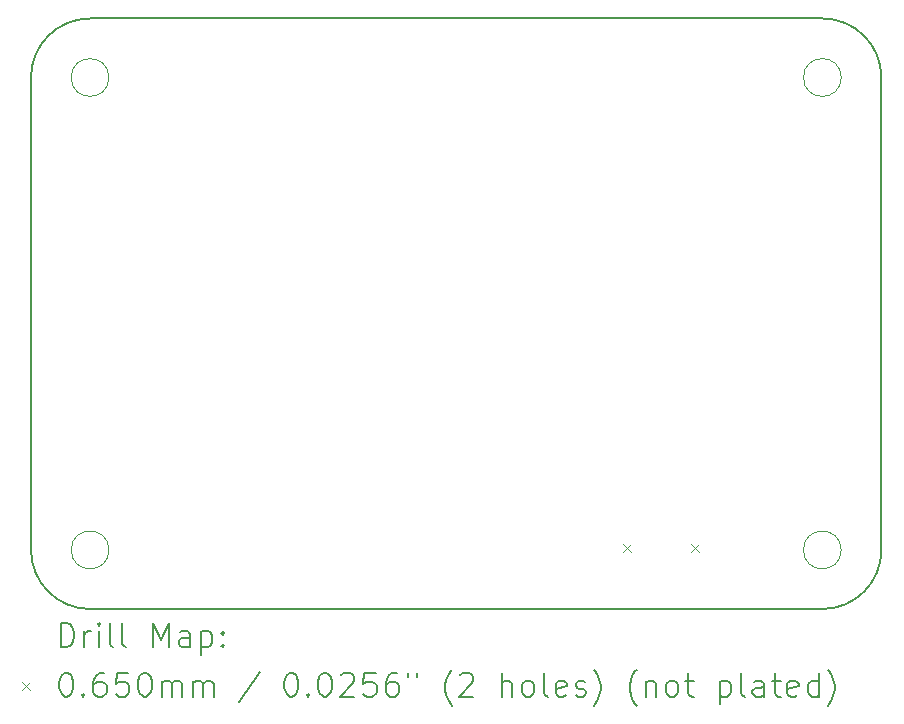
<source format=gbr>
%TF.GenerationSoftware,KiCad,Pcbnew,7.0.10*%
%TF.CreationDate,2024-02-23T22:28:30+01:00*%
%TF.ProjectId,WLED_Controller,574c4544-5f43-46f6-9e74-726f6c6c6572,rev?*%
%TF.SameCoordinates,Original*%
%TF.FileFunction,Drillmap*%
%TF.FilePolarity,Positive*%
%FSLAX45Y45*%
G04 Gerber Fmt 4.5, Leading zero omitted, Abs format (unit mm)*
G04 Created by KiCad (PCBNEW 7.0.10) date 2024-02-23 22:28:30*
%MOMM*%
%LPD*%
G01*
G04 APERTURE LIST*
%ADD10C,0.200000*%
%ADD11C,0.100000*%
G04 APERTURE END LIST*
D10*
X7200000Y500000D02*
X7200000Y4500000D01*
D11*
X6860000Y500000D02*
G75*
G03*
X6540000Y500000I-160000J0D01*
G01*
X6540000Y500000D02*
G75*
G03*
X6860000Y500000I160000J0D01*
G01*
X660000Y500000D02*
G75*
G03*
X340000Y500000I-160000J0D01*
G01*
X340000Y500000D02*
G75*
G03*
X660000Y500000I160000J0D01*
G01*
D10*
X6700000Y5000000D02*
X500000Y5000000D01*
D11*
X6860000Y4500000D02*
G75*
G03*
X6540000Y4500000I-160000J0D01*
G01*
X6540000Y4500000D02*
G75*
G03*
X6860000Y4500000I160000J0D01*
G01*
D10*
X6700000Y0D02*
G75*
G03*
X7200000Y500000I0J500000D01*
G01*
X500000Y5000000D02*
G75*
G03*
X0Y4500000I0J-500000D01*
G01*
X0Y4500000D02*
X0Y500000D01*
X500000Y0D02*
X6700000Y0D01*
X7200000Y4500000D02*
G75*
G03*
X6700000Y5000000I-500000J0D01*
G01*
D11*
X660000Y4500000D02*
G75*
G03*
X340000Y4500000I-160000J0D01*
G01*
X340000Y4500000D02*
G75*
G03*
X660000Y4500000I160000J0D01*
G01*
D10*
X0Y500000D02*
G75*
G03*
X500000Y0I500000J0D01*
G01*
D11*
X5012500Y547000D02*
X5077500Y482000D01*
X5077500Y547000D02*
X5012500Y482000D01*
X5590500Y547000D02*
X5655500Y482000D01*
X5655500Y547000D02*
X5590500Y482000D01*
D10*
X250777Y-321484D02*
X250777Y-121484D01*
X250777Y-121484D02*
X298396Y-121484D01*
X298396Y-121484D02*
X326967Y-131008D01*
X326967Y-131008D02*
X346015Y-150055D01*
X346015Y-150055D02*
X355539Y-169103D01*
X355539Y-169103D02*
X365062Y-207198D01*
X365062Y-207198D02*
X365062Y-235769D01*
X365062Y-235769D02*
X355539Y-273865D01*
X355539Y-273865D02*
X346015Y-292912D01*
X346015Y-292912D02*
X326967Y-311960D01*
X326967Y-311960D02*
X298396Y-321484D01*
X298396Y-321484D02*
X250777Y-321484D01*
X450777Y-321484D02*
X450777Y-188150D01*
X450777Y-226246D02*
X460301Y-207198D01*
X460301Y-207198D02*
X469824Y-197674D01*
X469824Y-197674D02*
X488872Y-188150D01*
X488872Y-188150D02*
X507920Y-188150D01*
X574586Y-321484D02*
X574586Y-188150D01*
X574586Y-121484D02*
X565063Y-131008D01*
X565063Y-131008D02*
X574586Y-140531D01*
X574586Y-140531D02*
X584110Y-131008D01*
X584110Y-131008D02*
X574586Y-121484D01*
X574586Y-121484D02*
X574586Y-140531D01*
X698396Y-321484D02*
X679348Y-311960D01*
X679348Y-311960D02*
X669824Y-292912D01*
X669824Y-292912D02*
X669824Y-121484D01*
X803158Y-321484D02*
X784110Y-311960D01*
X784110Y-311960D02*
X774586Y-292912D01*
X774586Y-292912D02*
X774586Y-121484D01*
X1031729Y-321484D02*
X1031729Y-121484D01*
X1031729Y-121484D02*
X1098396Y-264341D01*
X1098396Y-264341D02*
X1165063Y-121484D01*
X1165063Y-121484D02*
X1165063Y-321484D01*
X1346015Y-321484D02*
X1346015Y-216722D01*
X1346015Y-216722D02*
X1336491Y-197674D01*
X1336491Y-197674D02*
X1317444Y-188150D01*
X1317444Y-188150D02*
X1279348Y-188150D01*
X1279348Y-188150D02*
X1260301Y-197674D01*
X1346015Y-311960D02*
X1326967Y-321484D01*
X1326967Y-321484D02*
X1279348Y-321484D01*
X1279348Y-321484D02*
X1260301Y-311960D01*
X1260301Y-311960D02*
X1250777Y-292912D01*
X1250777Y-292912D02*
X1250777Y-273865D01*
X1250777Y-273865D02*
X1260301Y-254817D01*
X1260301Y-254817D02*
X1279348Y-245293D01*
X1279348Y-245293D02*
X1326967Y-245293D01*
X1326967Y-245293D02*
X1346015Y-235769D01*
X1441253Y-188150D02*
X1441253Y-388150D01*
X1441253Y-197674D02*
X1460301Y-188150D01*
X1460301Y-188150D02*
X1498396Y-188150D01*
X1498396Y-188150D02*
X1517443Y-197674D01*
X1517443Y-197674D02*
X1526967Y-207198D01*
X1526967Y-207198D02*
X1536491Y-226246D01*
X1536491Y-226246D02*
X1536491Y-283389D01*
X1536491Y-283389D02*
X1526967Y-302436D01*
X1526967Y-302436D02*
X1517443Y-311960D01*
X1517443Y-311960D02*
X1498396Y-321484D01*
X1498396Y-321484D02*
X1460301Y-321484D01*
X1460301Y-321484D02*
X1441253Y-311960D01*
X1622205Y-302436D02*
X1631729Y-311960D01*
X1631729Y-311960D02*
X1622205Y-321484D01*
X1622205Y-321484D02*
X1612682Y-311960D01*
X1612682Y-311960D02*
X1622205Y-302436D01*
X1622205Y-302436D02*
X1622205Y-321484D01*
X1622205Y-197674D02*
X1631729Y-207198D01*
X1631729Y-207198D02*
X1622205Y-216722D01*
X1622205Y-216722D02*
X1612682Y-207198D01*
X1612682Y-207198D02*
X1622205Y-197674D01*
X1622205Y-197674D02*
X1622205Y-216722D01*
D11*
X-75000Y-617500D02*
X-10000Y-682500D01*
X-10000Y-617500D02*
X-75000Y-682500D01*
D10*
X288872Y-541484D02*
X307920Y-541484D01*
X307920Y-541484D02*
X326967Y-551008D01*
X326967Y-551008D02*
X336491Y-560531D01*
X336491Y-560531D02*
X346015Y-579579D01*
X346015Y-579579D02*
X355539Y-617674D01*
X355539Y-617674D02*
X355539Y-665293D01*
X355539Y-665293D02*
X346015Y-703388D01*
X346015Y-703388D02*
X336491Y-722436D01*
X336491Y-722436D02*
X326967Y-731960D01*
X326967Y-731960D02*
X307920Y-741484D01*
X307920Y-741484D02*
X288872Y-741484D01*
X288872Y-741484D02*
X269824Y-731960D01*
X269824Y-731960D02*
X260301Y-722436D01*
X260301Y-722436D02*
X250777Y-703388D01*
X250777Y-703388D02*
X241253Y-665293D01*
X241253Y-665293D02*
X241253Y-617674D01*
X241253Y-617674D02*
X250777Y-579579D01*
X250777Y-579579D02*
X260301Y-560531D01*
X260301Y-560531D02*
X269824Y-551008D01*
X269824Y-551008D02*
X288872Y-541484D01*
X441253Y-722436D02*
X450777Y-731960D01*
X450777Y-731960D02*
X441253Y-741484D01*
X441253Y-741484D02*
X431729Y-731960D01*
X431729Y-731960D02*
X441253Y-722436D01*
X441253Y-722436D02*
X441253Y-741484D01*
X622205Y-541484D02*
X584110Y-541484D01*
X584110Y-541484D02*
X565063Y-551008D01*
X565063Y-551008D02*
X555539Y-560531D01*
X555539Y-560531D02*
X536491Y-589103D01*
X536491Y-589103D02*
X526967Y-627198D01*
X526967Y-627198D02*
X526967Y-703388D01*
X526967Y-703388D02*
X536491Y-722436D01*
X536491Y-722436D02*
X546015Y-731960D01*
X546015Y-731960D02*
X565063Y-741484D01*
X565063Y-741484D02*
X603158Y-741484D01*
X603158Y-741484D02*
X622205Y-731960D01*
X622205Y-731960D02*
X631729Y-722436D01*
X631729Y-722436D02*
X641253Y-703388D01*
X641253Y-703388D02*
X641253Y-655770D01*
X641253Y-655770D02*
X631729Y-636722D01*
X631729Y-636722D02*
X622205Y-627198D01*
X622205Y-627198D02*
X603158Y-617674D01*
X603158Y-617674D02*
X565063Y-617674D01*
X565063Y-617674D02*
X546015Y-627198D01*
X546015Y-627198D02*
X536491Y-636722D01*
X536491Y-636722D02*
X526967Y-655770D01*
X822205Y-541484D02*
X726967Y-541484D01*
X726967Y-541484D02*
X717443Y-636722D01*
X717443Y-636722D02*
X726967Y-627198D01*
X726967Y-627198D02*
X746015Y-617674D01*
X746015Y-617674D02*
X793634Y-617674D01*
X793634Y-617674D02*
X812682Y-627198D01*
X812682Y-627198D02*
X822205Y-636722D01*
X822205Y-636722D02*
X831729Y-655770D01*
X831729Y-655770D02*
X831729Y-703388D01*
X831729Y-703388D02*
X822205Y-722436D01*
X822205Y-722436D02*
X812682Y-731960D01*
X812682Y-731960D02*
X793634Y-741484D01*
X793634Y-741484D02*
X746015Y-741484D01*
X746015Y-741484D02*
X726967Y-731960D01*
X726967Y-731960D02*
X717443Y-722436D01*
X955539Y-541484D02*
X974586Y-541484D01*
X974586Y-541484D02*
X993634Y-551008D01*
X993634Y-551008D02*
X1003158Y-560531D01*
X1003158Y-560531D02*
X1012682Y-579579D01*
X1012682Y-579579D02*
X1022205Y-617674D01*
X1022205Y-617674D02*
X1022205Y-665293D01*
X1022205Y-665293D02*
X1012682Y-703388D01*
X1012682Y-703388D02*
X1003158Y-722436D01*
X1003158Y-722436D02*
X993634Y-731960D01*
X993634Y-731960D02*
X974586Y-741484D01*
X974586Y-741484D02*
X955539Y-741484D01*
X955539Y-741484D02*
X936491Y-731960D01*
X936491Y-731960D02*
X926967Y-722436D01*
X926967Y-722436D02*
X917443Y-703388D01*
X917443Y-703388D02*
X907920Y-665293D01*
X907920Y-665293D02*
X907920Y-617674D01*
X907920Y-617674D02*
X917443Y-579579D01*
X917443Y-579579D02*
X926967Y-560531D01*
X926967Y-560531D02*
X936491Y-551008D01*
X936491Y-551008D02*
X955539Y-541484D01*
X1107920Y-741484D02*
X1107920Y-608150D01*
X1107920Y-627198D02*
X1117444Y-617674D01*
X1117444Y-617674D02*
X1136491Y-608150D01*
X1136491Y-608150D02*
X1165063Y-608150D01*
X1165063Y-608150D02*
X1184110Y-617674D01*
X1184110Y-617674D02*
X1193634Y-636722D01*
X1193634Y-636722D02*
X1193634Y-741484D01*
X1193634Y-636722D02*
X1203158Y-617674D01*
X1203158Y-617674D02*
X1222205Y-608150D01*
X1222205Y-608150D02*
X1250777Y-608150D01*
X1250777Y-608150D02*
X1269825Y-617674D01*
X1269825Y-617674D02*
X1279348Y-636722D01*
X1279348Y-636722D02*
X1279348Y-741484D01*
X1374586Y-741484D02*
X1374586Y-608150D01*
X1374586Y-627198D02*
X1384110Y-617674D01*
X1384110Y-617674D02*
X1403158Y-608150D01*
X1403158Y-608150D02*
X1431729Y-608150D01*
X1431729Y-608150D02*
X1450777Y-617674D01*
X1450777Y-617674D02*
X1460301Y-636722D01*
X1460301Y-636722D02*
X1460301Y-741484D01*
X1460301Y-636722D02*
X1469824Y-617674D01*
X1469824Y-617674D02*
X1488872Y-608150D01*
X1488872Y-608150D02*
X1517443Y-608150D01*
X1517443Y-608150D02*
X1536491Y-617674D01*
X1536491Y-617674D02*
X1546015Y-636722D01*
X1546015Y-636722D02*
X1546015Y-741484D01*
X1936491Y-531960D02*
X1765063Y-789103D01*
X2193634Y-541484D02*
X2212682Y-541484D01*
X2212682Y-541484D02*
X2231729Y-551008D01*
X2231729Y-551008D02*
X2241253Y-560531D01*
X2241253Y-560531D02*
X2250777Y-579579D01*
X2250777Y-579579D02*
X2260301Y-617674D01*
X2260301Y-617674D02*
X2260301Y-665293D01*
X2260301Y-665293D02*
X2250777Y-703388D01*
X2250777Y-703388D02*
X2241253Y-722436D01*
X2241253Y-722436D02*
X2231729Y-731960D01*
X2231729Y-731960D02*
X2212682Y-741484D01*
X2212682Y-741484D02*
X2193634Y-741484D01*
X2193634Y-741484D02*
X2174587Y-731960D01*
X2174587Y-731960D02*
X2165063Y-722436D01*
X2165063Y-722436D02*
X2155539Y-703388D01*
X2155539Y-703388D02*
X2146015Y-665293D01*
X2146015Y-665293D02*
X2146015Y-617674D01*
X2146015Y-617674D02*
X2155539Y-579579D01*
X2155539Y-579579D02*
X2165063Y-560531D01*
X2165063Y-560531D02*
X2174587Y-551008D01*
X2174587Y-551008D02*
X2193634Y-541484D01*
X2346015Y-722436D02*
X2355539Y-731960D01*
X2355539Y-731960D02*
X2346015Y-741484D01*
X2346015Y-741484D02*
X2336491Y-731960D01*
X2336491Y-731960D02*
X2346015Y-722436D01*
X2346015Y-722436D02*
X2346015Y-741484D01*
X2479348Y-541484D02*
X2498396Y-541484D01*
X2498396Y-541484D02*
X2517444Y-551008D01*
X2517444Y-551008D02*
X2526968Y-560531D01*
X2526968Y-560531D02*
X2536491Y-579579D01*
X2536491Y-579579D02*
X2546015Y-617674D01*
X2546015Y-617674D02*
X2546015Y-665293D01*
X2546015Y-665293D02*
X2536491Y-703388D01*
X2536491Y-703388D02*
X2526968Y-722436D01*
X2526968Y-722436D02*
X2517444Y-731960D01*
X2517444Y-731960D02*
X2498396Y-741484D01*
X2498396Y-741484D02*
X2479348Y-741484D01*
X2479348Y-741484D02*
X2460301Y-731960D01*
X2460301Y-731960D02*
X2450777Y-722436D01*
X2450777Y-722436D02*
X2441253Y-703388D01*
X2441253Y-703388D02*
X2431729Y-665293D01*
X2431729Y-665293D02*
X2431729Y-617674D01*
X2431729Y-617674D02*
X2441253Y-579579D01*
X2441253Y-579579D02*
X2450777Y-560531D01*
X2450777Y-560531D02*
X2460301Y-551008D01*
X2460301Y-551008D02*
X2479348Y-541484D01*
X2622206Y-560531D02*
X2631729Y-551008D01*
X2631729Y-551008D02*
X2650777Y-541484D01*
X2650777Y-541484D02*
X2698396Y-541484D01*
X2698396Y-541484D02*
X2717444Y-551008D01*
X2717444Y-551008D02*
X2726968Y-560531D01*
X2726968Y-560531D02*
X2736491Y-579579D01*
X2736491Y-579579D02*
X2736491Y-598627D01*
X2736491Y-598627D02*
X2726968Y-627198D01*
X2726968Y-627198D02*
X2612682Y-741484D01*
X2612682Y-741484D02*
X2736491Y-741484D01*
X2917444Y-541484D02*
X2822206Y-541484D01*
X2822206Y-541484D02*
X2812682Y-636722D01*
X2812682Y-636722D02*
X2822206Y-627198D01*
X2822206Y-627198D02*
X2841253Y-617674D01*
X2841253Y-617674D02*
X2888872Y-617674D01*
X2888872Y-617674D02*
X2907920Y-627198D01*
X2907920Y-627198D02*
X2917444Y-636722D01*
X2917444Y-636722D02*
X2926967Y-655770D01*
X2926967Y-655770D02*
X2926967Y-703388D01*
X2926967Y-703388D02*
X2917444Y-722436D01*
X2917444Y-722436D02*
X2907920Y-731960D01*
X2907920Y-731960D02*
X2888872Y-741484D01*
X2888872Y-741484D02*
X2841253Y-741484D01*
X2841253Y-741484D02*
X2822206Y-731960D01*
X2822206Y-731960D02*
X2812682Y-722436D01*
X3098396Y-541484D02*
X3060301Y-541484D01*
X3060301Y-541484D02*
X3041253Y-551008D01*
X3041253Y-551008D02*
X3031729Y-560531D01*
X3031729Y-560531D02*
X3012682Y-589103D01*
X3012682Y-589103D02*
X3003158Y-627198D01*
X3003158Y-627198D02*
X3003158Y-703388D01*
X3003158Y-703388D02*
X3012682Y-722436D01*
X3012682Y-722436D02*
X3022206Y-731960D01*
X3022206Y-731960D02*
X3041253Y-741484D01*
X3041253Y-741484D02*
X3079348Y-741484D01*
X3079348Y-741484D02*
X3098396Y-731960D01*
X3098396Y-731960D02*
X3107920Y-722436D01*
X3107920Y-722436D02*
X3117444Y-703388D01*
X3117444Y-703388D02*
X3117444Y-655770D01*
X3117444Y-655770D02*
X3107920Y-636722D01*
X3107920Y-636722D02*
X3098396Y-627198D01*
X3098396Y-627198D02*
X3079348Y-617674D01*
X3079348Y-617674D02*
X3041253Y-617674D01*
X3041253Y-617674D02*
X3022206Y-627198D01*
X3022206Y-627198D02*
X3012682Y-636722D01*
X3012682Y-636722D02*
X3003158Y-655770D01*
X3193634Y-541484D02*
X3193634Y-579579D01*
X3269825Y-541484D02*
X3269825Y-579579D01*
X3565063Y-817674D02*
X3555539Y-808150D01*
X3555539Y-808150D02*
X3536491Y-779579D01*
X3536491Y-779579D02*
X3526968Y-760531D01*
X3526968Y-760531D02*
X3517444Y-731960D01*
X3517444Y-731960D02*
X3507920Y-684341D01*
X3507920Y-684341D02*
X3507920Y-646246D01*
X3507920Y-646246D02*
X3517444Y-598627D01*
X3517444Y-598627D02*
X3526968Y-570055D01*
X3526968Y-570055D02*
X3536491Y-551008D01*
X3536491Y-551008D02*
X3555539Y-522436D01*
X3555539Y-522436D02*
X3565063Y-512912D01*
X3631729Y-560531D02*
X3641253Y-551008D01*
X3641253Y-551008D02*
X3660301Y-541484D01*
X3660301Y-541484D02*
X3707920Y-541484D01*
X3707920Y-541484D02*
X3726968Y-551008D01*
X3726968Y-551008D02*
X3736491Y-560531D01*
X3736491Y-560531D02*
X3746015Y-579579D01*
X3746015Y-579579D02*
X3746015Y-598627D01*
X3746015Y-598627D02*
X3736491Y-627198D01*
X3736491Y-627198D02*
X3622206Y-741484D01*
X3622206Y-741484D02*
X3746015Y-741484D01*
X3984110Y-741484D02*
X3984110Y-541484D01*
X4069825Y-741484D02*
X4069825Y-636722D01*
X4069825Y-636722D02*
X4060301Y-617674D01*
X4060301Y-617674D02*
X4041253Y-608150D01*
X4041253Y-608150D02*
X4012682Y-608150D01*
X4012682Y-608150D02*
X3993634Y-617674D01*
X3993634Y-617674D02*
X3984110Y-627198D01*
X4193634Y-741484D02*
X4174587Y-731960D01*
X4174587Y-731960D02*
X4165063Y-722436D01*
X4165063Y-722436D02*
X4155539Y-703388D01*
X4155539Y-703388D02*
X4155539Y-646246D01*
X4155539Y-646246D02*
X4165063Y-627198D01*
X4165063Y-627198D02*
X4174587Y-617674D01*
X4174587Y-617674D02*
X4193634Y-608150D01*
X4193634Y-608150D02*
X4222206Y-608150D01*
X4222206Y-608150D02*
X4241253Y-617674D01*
X4241253Y-617674D02*
X4250777Y-627198D01*
X4250777Y-627198D02*
X4260301Y-646246D01*
X4260301Y-646246D02*
X4260301Y-703388D01*
X4260301Y-703388D02*
X4250777Y-722436D01*
X4250777Y-722436D02*
X4241253Y-731960D01*
X4241253Y-731960D02*
X4222206Y-741484D01*
X4222206Y-741484D02*
X4193634Y-741484D01*
X4374587Y-741484D02*
X4355539Y-731960D01*
X4355539Y-731960D02*
X4346015Y-712912D01*
X4346015Y-712912D02*
X4346015Y-541484D01*
X4526968Y-731960D02*
X4507920Y-741484D01*
X4507920Y-741484D02*
X4469825Y-741484D01*
X4469825Y-741484D02*
X4450777Y-731960D01*
X4450777Y-731960D02*
X4441253Y-712912D01*
X4441253Y-712912D02*
X4441253Y-636722D01*
X4441253Y-636722D02*
X4450777Y-617674D01*
X4450777Y-617674D02*
X4469825Y-608150D01*
X4469825Y-608150D02*
X4507920Y-608150D01*
X4507920Y-608150D02*
X4526968Y-617674D01*
X4526968Y-617674D02*
X4536492Y-636722D01*
X4536492Y-636722D02*
X4536492Y-655770D01*
X4536492Y-655770D02*
X4441253Y-674817D01*
X4612682Y-731960D02*
X4631730Y-741484D01*
X4631730Y-741484D02*
X4669825Y-741484D01*
X4669825Y-741484D02*
X4688873Y-731960D01*
X4688873Y-731960D02*
X4698396Y-712912D01*
X4698396Y-712912D02*
X4698396Y-703388D01*
X4698396Y-703388D02*
X4688873Y-684341D01*
X4688873Y-684341D02*
X4669825Y-674817D01*
X4669825Y-674817D02*
X4641253Y-674817D01*
X4641253Y-674817D02*
X4622206Y-665293D01*
X4622206Y-665293D02*
X4612682Y-646246D01*
X4612682Y-646246D02*
X4612682Y-636722D01*
X4612682Y-636722D02*
X4622206Y-617674D01*
X4622206Y-617674D02*
X4641253Y-608150D01*
X4641253Y-608150D02*
X4669825Y-608150D01*
X4669825Y-608150D02*
X4688873Y-617674D01*
X4765063Y-817674D02*
X4774587Y-808150D01*
X4774587Y-808150D02*
X4793634Y-779579D01*
X4793634Y-779579D02*
X4803158Y-760531D01*
X4803158Y-760531D02*
X4812682Y-731960D01*
X4812682Y-731960D02*
X4822206Y-684341D01*
X4822206Y-684341D02*
X4822206Y-646246D01*
X4822206Y-646246D02*
X4812682Y-598627D01*
X4812682Y-598627D02*
X4803158Y-570055D01*
X4803158Y-570055D02*
X4793634Y-551008D01*
X4793634Y-551008D02*
X4774587Y-522436D01*
X4774587Y-522436D02*
X4765063Y-512912D01*
X5126968Y-817674D02*
X5117444Y-808150D01*
X5117444Y-808150D02*
X5098396Y-779579D01*
X5098396Y-779579D02*
X5088873Y-760531D01*
X5088873Y-760531D02*
X5079349Y-731960D01*
X5079349Y-731960D02*
X5069825Y-684341D01*
X5069825Y-684341D02*
X5069825Y-646246D01*
X5069825Y-646246D02*
X5079349Y-598627D01*
X5079349Y-598627D02*
X5088873Y-570055D01*
X5088873Y-570055D02*
X5098396Y-551008D01*
X5098396Y-551008D02*
X5117444Y-522436D01*
X5117444Y-522436D02*
X5126968Y-512912D01*
X5203158Y-608150D02*
X5203158Y-741484D01*
X5203158Y-627198D02*
X5212682Y-617674D01*
X5212682Y-617674D02*
X5231730Y-608150D01*
X5231730Y-608150D02*
X5260301Y-608150D01*
X5260301Y-608150D02*
X5279349Y-617674D01*
X5279349Y-617674D02*
X5288873Y-636722D01*
X5288873Y-636722D02*
X5288873Y-741484D01*
X5412682Y-741484D02*
X5393634Y-731960D01*
X5393634Y-731960D02*
X5384111Y-722436D01*
X5384111Y-722436D02*
X5374587Y-703388D01*
X5374587Y-703388D02*
X5374587Y-646246D01*
X5374587Y-646246D02*
X5384111Y-627198D01*
X5384111Y-627198D02*
X5393634Y-617674D01*
X5393634Y-617674D02*
X5412682Y-608150D01*
X5412682Y-608150D02*
X5441254Y-608150D01*
X5441254Y-608150D02*
X5460301Y-617674D01*
X5460301Y-617674D02*
X5469825Y-627198D01*
X5469825Y-627198D02*
X5479349Y-646246D01*
X5479349Y-646246D02*
X5479349Y-703388D01*
X5479349Y-703388D02*
X5469825Y-722436D01*
X5469825Y-722436D02*
X5460301Y-731960D01*
X5460301Y-731960D02*
X5441254Y-741484D01*
X5441254Y-741484D02*
X5412682Y-741484D01*
X5536492Y-608150D02*
X5612682Y-608150D01*
X5565063Y-541484D02*
X5565063Y-712912D01*
X5565063Y-712912D02*
X5574587Y-731960D01*
X5574587Y-731960D02*
X5593634Y-741484D01*
X5593634Y-741484D02*
X5612682Y-741484D01*
X5831730Y-608150D02*
X5831730Y-808150D01*
X5831730Y-617674D02*
X5850777Y-608150D01*
X5850777Y-608150D02*
X5888873Y-608150D01*
X5888873Y-608150D02*
X5907920Y-617674D01*
X5907920Y-617674D02*
X5917444Y-627198D01*
X5917444Y-627198D02*
X5926968Y-646246D01*
X5926968Y-646246D02*
X5926968Y-703388D01*
X5926968Y-703388D02*
X5917444Y-722436D01*
X5917444Y-722436D02*
X5907920Y-731960D01*
X5907920Y-731960D02*
X5888873Y-741484D01*
X5888873Y-741484D02*
X5850777Y-741484D01*
X5850777Y-741484D02*
X5831730Y-731960D01*
X6041253Y-741484D02*
X6022206Y-731960D01*
X6022206Y-731960D02*
X6012682Y-712912D01*
X6012682Y-712912D02*
X6012682Y-541484D01*
X6203158Y-741484D02*
X6203158Y-636722D01*
X6203158Y-636722D02*
X6193634Y-617674D01*
X6193634Y-617674D02*
X6174587Y-608150D01*
X6174587Y-608150D02*
X6136492Y-608150D01*
X6136492Y-608150D02*
X6117444Y-617674D01*
X6203158Y-731960D02*
X6184111Y-741484D01*
X6184111Y-741484D02*
X6136492Y-741484D01*
X6136492Y-741484D02*
X6117444Y-731960D01*
X6117444Y-731960D02*
X6107920Y-712912D01*
X6107920Y-712912D02*
X6107920Y-693865D01*
X6107920Y-693865D02*
X6117444Y-674817D01*
X6117444Y-674817D02*
X6136492Y-665293D01*
X6136492Y-665293D02*
X6184111Y-665293D01*
X6184111Y-665293D02*
X6203158Y-655770D01*
X6269825Y-608150D02*
X6346015Y-608150D01*
X6298396Y-541484D02*
X6298396Y-712912D01*
X6298396Y-712912D02*
X6307920Y-731960D01*
X6307920Y-731960D02*
X6326968Y-741484D01*
X6326968Y-741484D02*
X6346015Y-741484D01*
X6488873Y-731960D02*
X6469825Y-741484D01*
X6469825Y-741484D02*
X6431730Y-741484D01*
X6431730Y-741484D02*
X6412682Y-731960D01*
X6412682Y-731960D02*
X6403158Y-712912D01*
X6403158Y-712912D02*
X6403158Y-636722D01*
X6403158Y-636722D02*
X6412682Y-617674D01*
X6412682Y-617674D02*
X6431730Y-608150D01*
X6431730Y-608150D02*
X6469825Y-608150D01*
X6469825Y-608150D02*
X6488873Y-617674D01*
X6488873Y-617674D02*
X6498396Y-636722D01*
X6498396Y-636722D02*
X6498396Y-655770D01*
X6498396Y-655770D02*
X6403158Y-674817D01*
X6669825Y-741484D02*
X6669825Y-541484D01*
X6669825Y-731960D02*
X6650777Y-741484D01*
X6650777Y-741484D02*
X6612682Y-741484D01*
X6612682Y-741484D02*
X6593634Y-731960D01*
X6593634Y-731960D02*
X6584111Y-722436D01*
X6584111Y-722436D02*
X6574587Y-703388D01*
X6574587Y-703388D02*
X6574587Y-646246D01*
X6574587Y-646246D02*
X6584111Y-627198D01*
X6584111Y-627198D02*
X6593634Y-617674D01*
X6593634Y-617674D02*
X6612682Y-608150D01*
X6612682Y-608150D02*
X6650777Y-608150D01*
X6650777Y-608150D02*
X6669825Y-617674D01*
X6746015Y-817674D02*
X6755539Y-808150D01*
X6755539Y-808150D02*
X6774587Y-779579D01*
X6774587Y-779579D02*
X6784111Y-760531D01*
X6784111Y-760531D02*
X6793634Y-731960D01*
X6793634Y-731960D02*
X6803158Y-684341D01*
X6803158Y-684341D02*
X6803158Y-646246D01*
X6803158Y-646246D02*
X6793634Y-598627D01*
X6793634Y-598627D02*
X6784111Y-570055D01*
X6784111Y-570055D02*
X6774587Y-551008D01*
X6774587Y-551008D02*
X6755539Y-522436D01*
X6755539Y-522436D02*
X6746015Y-512912D01*
M02*

</source>
